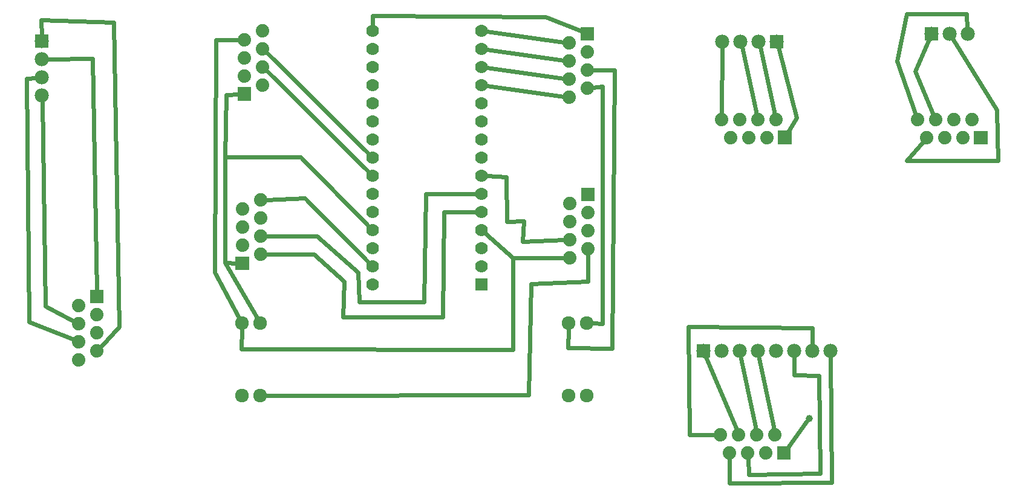
<source format=gbl>
G04 MADE WITH FRITZING*
G04 WWW.FRITZING.ORG*
G04 DOUBLE SIDED*
G04 HOLES PLATED*
G04 CONTOUR ON CENTER OF CONTOUR VECTOR*
%ASAXBY*%
%FSLAX23Y23*%
%MOIN*%
%OFA0B0*%
%SFA1.0B1.0*%
%ADD10C,0.070000*%
%ADD11C,0.074000*%
%ADD12C,0.075806*%
%ADD13C,0.078000*%
%ADD14C,0.039370*%
%ADD15R,0.069972X0.070000*%
%ADD16R,0.078000X0.078000*%
%ADD17C,0.024000*%
%ADD18R,0.001000X0.001000*%
%LNCOPPER0*%
G90*
G70*
G54D10*
X2680Y1333D03*
X2680Y1433D03*
X2680Y1533D03*
X2680Y1633D03*
X2680Y1733D03*
X2680Y1833D03*
X2680Y1933D03*
X2680Y2033D03*
X2680Y2133D03*
X2680Y2233D03*
X2680Y2333D03*
X2680Y2433D03*
X2680Y2533D03*
X2680Y2633D03*
X2680Y2733D03*
X2080Y1333D03*
X2080Y1433D03*
X2080Y1533D03*
X2080Y1633D03*
X2080Y1733D03*
X2080Y1833D03*
X2080Y1933D03*
X2080Y2033D03*
X2080Y2133D03*
X2080Y2233D03*
X2080Y2333D03*
X2080Y2433D03*
X2080Y2533D03*
X2080Y2633D03*
X2080Y2733D03*
G54D11*
X3163Y2367D03*
X3263Y2417D03*
X3163Y2467D03*
X3163Y2567D03*
X3163Y2667D03*
X3263Y2517D03*
X3263Y2617D03*
X3263Y2717D03*
X3163Y2367D03*
X3263Y2417D03*
X3163Y2467D03*
X3163Y2567D03*
X3163Y2667D03*
X3263Y2517D03*
X3263Y2617D03*
X3263Y2717D03*
X1472Y2734D03*
X1372Y2684D03*
X1472Y2634D03*
X1472Y2534D03*
X1472Y2434D03*
X1372Y2584D03*
X1372Y2484D03*
X1372Y2384D03*
X1472Y2734D03*
X1372Y2684D03*
X1472Y2634D03*
X1472Y2534D03*
X1472Y2434D03*
X1372Y2584D03*
X1372Y2484D03*
X1372Y2384D03*
X1461Y1800D03*
X1361Y1750D03*
X1461Y1700D03*
X1461Y1600D03*
X1461Y1500D03*
X1361Y1650D03*
X1361Y1550D03*
X1361Y1450D03*
X1461Y1800D03*
X1361Y1750D03*
X1461Y1700D03*
X1461Y1600D03*
X1461Y1500D03*
X1361Y1650D03*
X1361Y1550D03*
X1361Y1450D03*
X3165Y1480D03*
X3265Y1530D03*
X3165Y1580D03*
X3165Y1680D03*
X3165Y1780D03*
X3265Y1630D03*
X3265Y1730D03*
X3265Y1830D03*
X3165Y1480D03*
X3265Y1530D03*
X3165Y1580D03*
X3165Y1680D03*
X3165Y1780D03*
X3265Y1630D03*
X3265Y1730D03*
X3265Y1830D03*
G54D12*
X3259Y1119D03*
X3160Y1119D03*
X3259Y719D03*
X3160Y719D03*
X1459Y1119D03*
X1359Y1119D03*
X1459Y719D03*
X1359Y719D03*
G54D11*
X3997Y503D03*
X4047Y403D03*
X4097Y503D03*
X4197Y503D03*
X4297Y503D03*
X4147Y403D03*
X4247Y403D03*
X4347Y403D03*
X3997Y503D03*
X4047Y403D03*
X4097Y503D03*
X4197Y503D03*
X4297Y503D03*
X4147Y403D03*
X4247Y403D03*
X4347Y403D03*
G54D13*
X3901Y967D03*
X4001Y967D03*
X4101Y967D03*
X4201Y967D03*
X4301Y967D03*
X4401Y967D03*
X4501Y967D03*
X4601Y967D03*
X3901Y967D03*
X4001Y967D03*
X4101Y967D03*
X4201Y967D03*
X4301Y967D03*
X4401Y967D03*
X4501Y967D03*
X4601Y967D03*
G54D14*
X4485Y594D03*
G54D11*
X460Y917D03*
X560Y967D03*
X460Y1017D03*
X460Y1117D03*
X460Y1217D03*
X560Y1067D03*
X560Y1167D03*
X560Y1267D03*
X460Y917D03*
X560Y967D03*
X460Y1017D03*
X460Y1117D03*
X460Y1217D03*
X560Y1067D03*
X560Y1167D03*
X560Y1267D03*
G54D13*
X257Y2675D03*
X257Y2575D03*
X257Y2475D03*
X257Y2375D03*
X257Y2675D03*
X257Y2575D03*
X257Y2475D03*
X257Y2375D03*
X5158Y2715D03*
X5258Y2715D03*
X5358Y2715D03*
G54D11*
X5081Y2242D03*
X5131Y2142D03*
X5181Y2242D03*
X5281Y2242D03*
X5381Y2242D03*
X5231Y2142D03*
X5331Y2142D03*
X5431Y2142D03*
X5081Y2242D03*
X5131Y2142D03*
X5181Y2242D03*
X5281Y2242D03*
X5381Y2242D03*
X5231Y2142D03*
X5331Y2142D03*
X5431Y2142D03*
G54D13*
X4307Y2673D03*
X4207Y2673D03*
X4107Y2673D03*
X4007Y2673D03*
X4307Y2673D03*
X4207Y2673D03*
X4107Y2673D03*
X4007Y2673D03*
G54D11*
X4001Y2244D03*
X4051Y2144D03*
X4101Y2244D03*
X4201Y2244D03*
X4301Y2244D03*
X4151Y2144D03*
X4251Y2144D03*
X4351Y2144D03*
X4001Y2244D03*
X4051Y2144D03*
X4101Y2244D03*
X4201Y2244D03*
X4301Y2244D03*
X4151Y2144D03*
X4251Y2144D03*
X4351Y2144D03*
G54D15*
X2680Y1333D03*
G54D16*
X3901Y967D03*
X3901Y967D03*
X257Y2675D03*
X257Y2675D03*
X5158Y2715D03*
X4307Y2673D03*
X4307Y2673D03*
G54D17*
X4610Y239D02*
X4044Y237D01*
D02*
X4044Y237D02*
X4047Y373D01*
D02*
X4601Y937D02*
X4610Y239D01*
D02*
X1492Y1801D02*
X1706Y1808D01*
D02*
X1706Y1808D02*
X2059Y1454D01*
D02*
X4207Y938D02*
X4291Y534D01*
D02*
X4085Y532D02*
X3913Y939D01*
D02*
X2709Y2629D02*
X3132Y2571D01*
D02*
X2709Y2529D02*
X3132Y2471D01*
D02*
X2709Y2729D02*
X3132Y2671D01*
D02*
X1756Y1498D02*
X1492Y1500D01*
D02*
X1922Y1348D02*
X1756Y1498D01*
D02*
X1917Y1154D02*
X1922Y1348D01*
D02*
X2467Y1154D02*
X1917Y1154D01*
D02*
X2472Y1732D02*
X2467Y1154D01*
D02*
X2651Y1733D02*
X2472Y1732D01*
D02*
X4502Y997D02*
X4503Y1093D01*
D02*
X4503Y1093D02*
X3820Y1098D01*
D02*
X3820Y1098D02*
X3826Y504D01*
D02*
X3826Y504D02*
X3966Y504D01*
D02*
X2709Y2429D02*
X3132Y2371D01*
D02*
X2059Y1954D02*
X1494Y2512D01*
D02*
X1492Y1600D02*
X1772Y1598D01*
D02*
X1772Y1598D02*
X2000Y1398D01*
D02*
X2000Y1398D02*
X2006Y1237D01*
D02*
X2006Y1237D02*
X2361Y1237D01*
D02*
X2361Y1237D02*
X2372Y1832D01*
D02*
X2372Y1832D02*
X2651Y1833D01*
D02*
X4401Y937D02*
X4402Y833D01*
D02*
X4402Y833D02*
X4539Y831D01*
D02*
X4539Y831D02*
X4544Y291D01*
D02*
X4544Y291D02*
X4151Y284D01*
D02*
X4151Y284D02*
X4148Y373D01*
D02*
X2709Y1932D02*
X2817Y1926D01*
D02*
X2817Y1926D02*
X2820Y1678D01*
D02*
X2820Y1678D02*
X2911Y1682D01*
D02*
X2911Y1682D02*
X2906Y1571D01*
D02*
X2906Y1571D02*
X3135Y1579D01*
D02*
X4107Y938D02*
X4191Y534D01*
D02*
X3234Y2729D02*
X3033Y2810D01*
D02*
X3033Y2810D02*
X2079Y2815D01*
D02*
X2079Y2815D02*
X2080Y2762D01*
D02*
X4473Y578D02*
X4365Y428D01*
D02*
X2059Y2054D02*
X1494Y2612D01*
D02*
X172Y2468D02*
X227Y2472D01*
D02*
X184Y1127D02*
X172Y2468D01*
D02*
X431Y1028D02*
X184Y1127D01*
D02*
X258Y2345D02*
X276Y1214D01*
D02*
X276Y1214D02*
X433Y1131D01*
D02*
X5068Y2509D02*
X5146Y2687D01*
D02*
X5169Y2271D02*
X5068Y2509D01*
D02*
X5022Y2827D02*
X4970Y2566D01*
D02*
X5351Y2827D02*
X5022Y2827D01*
D02*
X4970Y2566D02*
X5071Y2271D01*
D02*
X5356Y2745D02*
X5351Y2827D01*
D02*
X5022Y2017D02*
X5111Y2119D01*
D02*
X5524Y2017D02*
X5022Y2017D01*
D02*
X5274Y2689D02*
X5519Y2295D01*
D02*
X5519Y2295D02*
X5524Y2017D01*
D02*
X4002Y2275D02*
X4007Y2643D01*
D02*
X4416Y2252D02*
X4367Y2171D01*
D02*
X4315Y2644D02*
X4416Y2252D01*
D02*
X1267Y2036D02*
X1271Y2380D01*
D02*
X1271Y2380D02*
X1342Y2383D01*
D02*
X1267Y2036D02*
X1267Y1452D01*
D02*
X1267Y1452D02*
X1442Y1149D01*
D02*
X1681Y2036D02*
X1267Y2036D01*
D02*
X2060Y1654D02*
X1681Y2036D01*
D02*
X2853Y972D02*
X1354Y976D01*
D02*
X1354Y976D02*
X1358Y1083D01*
D02*
X2853Y1481D02*
X2853Y972D01*
D02*
X2853Y1481D02*
X2702Y1614D01*
D02*
X1209Y1398D02*
X1343Y1149D01*
D02*
X1217Y2682D02*
X1209Y1398D01*
D02*
X2853Y1481D02*
X3134Y1480D01*
D02*
X2953Y1336D02*
X2940Y723D01*
D02*
X2940Y723D02*
X1495Y719D01*
D02*
X3267Y1348D02*
X2953Y1336D01*
D02*
X3266Y1499D02*
X3267Y1348D01*
D02*
X3346Y1117D02*
X3295Y1118D01*
D02*
X3346Y2425D02*
X3346Y1117D01*
D02*
X3293Y2420D02*
X3346Y2425D01*
D02*
X3156Y984D02*
X3158Y1083D01*
D02*
X3400Y980D02*
X3156Y984D01*
D02*
X3412Y2516D02*
X3400Y980D01*
D02*
X3294Y2517D02*
X3412Y2516D01*
D02*
X1267Y1452D02*
X1331Y1451D01*
D02*
X1217Y2682D02*
X1342Y2683D01*
D02*
X536Y2578D02*
X559Y1297D01*
D02*
X287Y2575D02*
X536Y2578D01*
D02*
X652Y2780D02*
X681Y1098D01*
D02*
X253Y2792D02*
X652Y2780D01*
D02*
X681Y1098D02*
X581Y989D01*
D02*
X256Y2705D02*
X253Y2792D01*
D02*
X4214Y2644D02*
X4295Y2274D01*
D02*
X4114Y2644D02*
X4195Y2274D01*
G54D18*
X3226Y2754D02*
X3298Y2754D01*
X3226Y2753D02*
X3299Y2753D01*
X3226Y2752D02*
X3299Y2752D01*
X3226Y2751D02*
X3299Y2751D01*
X3226Y2750D02*
X3299Y2750D01*
X3226Y2749D02*
X3299Y2749D01*
X3226Y2748D02*
X3299Y2748D01*
X3226Y2747D02*
X3299Y2747D01*
X3226Y2746D02*
X3299Y2746D01*
X3226Y2745D02*
X3299Y2745D01*
X3226Y2744D02*
X3299Y2744D01*
X3226Y2743D02*
X3299Y2743D01*
X3226Y2742D02*
X3299Y2742D01*
X3226Y2741D02*
X3299Y2741D01*
X3226Y2740D02*
X3299Y2740D01*
X3226Y2739D02*
X3299Y2739D01*
X3226Y2738D02*
X3299Y2738D01*
X3226Y2737D02*
X3261Y2737D01*
X3263Y2737D02*
X3299Y2737D01*
X3226Y2736D02*
X3256Y2736D01*
X3269Y2736D02*
X3299Y2736D01*
X3226Y2735D02*
X3253Y2735D01*
X3271Y2735D02*
X3299Y2735D01*
X3226Y2734D02*
X3251Y2734D01*
X3273Y2734D02*
X3299Y2734D01*
X3226Y2733D02*
X3250Y2733D01*
X3274Y2733D02*
X3299Y2733D01*
X3226Y2732D02*
X3249Y2732D01*
X3276Y2732D02*
X3299Y2732D01*
X3226Y2731D02*
X3247Y2731D01*
X3277Y2731D02*
X3299Y2731D01*
X3226Y2730D02*
X3247Y2730D01*
X3278Y2730D02*
X3299Y2730D01*
X3226Y2729D02*
X3246Y2729D01*
X3278Y2729D02*
X3299Y2729D01*
X3226Y2728D02*
X3245Y2728D01*
X3279Y2728D02*
X3299Y2728D01*
X3226Y2727D02*
X3245Y2727D01*
X3280Y2727D02*
X3299Y2727D01*
X3226Y2726D02*
X3244Y2726D01*
X3280Y2726D02*
X3299Y2726D01*
X3226Y2725D02*
X3243Y2725D01*
X3281Y2725D02*
X3299Y2725D01*
X3226Y2724D02*
X3243Y2724D01*
X3281Y2724D02*
X3299Y2724D01*
X3226Y2723D02*
X3243Y2723D01*
X3281Y2723D02*
X3299Y2723D01*
X3226Y2722D02*
X3242Y2722D01*
X3282Y2722D02*
X3299Y2722D01*
X3226Y2721D02*
X3242Y2721D01*
X3282Y2721D02*
X3299Y2721D01*
X3226Y2720D02*
X3242Y2720D01*
X3282Y2720D02*
X3299Y2720D01*
X3226Y2719D02*
X3242Y2719D01*
X3282Y2719D02*
X3299Y2719D01*
X3226Y2718D02*
X3242Y2718D01*
X3282Y2718D02*
X3299Y2718D01*
X3226Y2717D02*
X3242Y2717D01*
X3282Y2717D02*
X3299Y2717D01*
X3226Y2716D02*
X3242Y2716D01*
X3282Y2716D02*
X3299Y2716D01*
X3226Y2715D02*
X3242Y2715D01*
X3282Y2715D02*
X3299Y2715D01*
X3226Y2714D02*
X3242Y2714D01*
X3282Y2714D02*
X3299Y2714D01*
X3226Y2713D02*
X3242Y2713D01*
X3282Y2713D02*
X3299Y2713D01*
X3226Y2712D02*
X3243Y2712D01*
X3281Y2712D02*
X3299Y2712D01*
X3226Y2711D02*
X3243Y2711D01*
X3281Y2711D02*
X3299Y2711D01*
X3226Y2710D02*
X3243Y2710D01*
X3281Y2710D02*
X3299Y2710D01*
X3226Y2709D02*
X3244Y2709D01*
X3280Y2709D02*
X3299Y2709D01*
X3226Y2708D02*
X3244Y2708D01*
X3280Y2708D02*
X3299Y2708D01*
X3226Y2707D02*
X3245Y2707D01*
X3279Y2707D02*
X3299Y2707D01*
X3226Y2706D02*
X3246Y2706D01*
X3279Y2706D02*
X3299Y2706D01*
X3226Y2705D02*
X3246Y2705D01*
X3278Y2705D02*
X3299Y2705D01*
X3226Y2704D02*
X3247Y2704D01*
X3277Y2704D02*
X3299Y2704D01*
X3226Y2703D02*
X3248Y2703D01*
X3276Y2703D02*
X3299Y2703D01*
X3226Y2702D02*
X3249Y2702D01*
X3275Y2702D02*
X3299Y2702D01*
X3226Y2701D02*
X3251Y2701D01*
X3273Y2701D02*
X3299Y2701D01*
X3226Y2700D02*
X3252Y2700D01*
X3272Y2700D02*
X3299Y2700D01*
X3226Y2699D02*
X3255Y2699D01*
X3269Y2699D02*
X3299Y2699D01*
X3226Y2698D02*
X3258Y2698D01*
X3266Y2698D02*
X3299Y2698D01*
X3226Y2697D02*
X3299Y2697D01*
X3226Y2696D02*
X3299Y2696D01*
X3226Y2695D02*
X3299Y2695D01*
X3226Y2694D02*
X3299Y2694D01*
X3226Y2693D02*
X3299Y2693D01*
X3226Y2692D02*
X3299Y2692D01*
X3226Y2691D02*
X3299Y2691D01*
X3226Y2690D02*
X3299Y2690D01*
X3226Y2689D02*
X3299Y2689D01*
X3226Y2688D02*
X3299Y2688D01*
X3226Y2687D02*
X3299Y2687D01*
X3226Y2686D02*
X3299Y2686D01*
X3226Y2685D02*
X3299Y2685D01*
X3226Y2684D02*
X3299Y2684D01*
X3226Y2683D02*
X3299Y2683D01*
X3226Y2682D02*
X3299Y2682D01*
X3226Y2681D02*
X3299Y2681D01*
X1336Y2421D02*
X1408Y2421D01*
X1335Y2420D02*
X1408Y2420D01*
X1335Y2419D02*
X1408Y2419D01*
X1335Y2418D02*
X1408Y2418D01*
X1335Y2417D02*
X1408Y2417D01*
X1335Y2416D02*
X1408Y2416D01*
X1335Y2415D02*
X1408Y2415D01*
X1335Y2414D02*
X1408Y2414D01*
X1335Y2413D02*
X1408Y2413D01*
X1335Y2412D02*
X1408Y2412D01*
X1335Y2411D02*
X1408Y2411D01*
X1335Y2410D02*
X1408Y2410D01*
X1335Y2409D02*
X1408Y2409D01*
X1335Y2408D02*
X1408Y2408D01*
X1335Y2407D02*
X1408Y2407D01*
X1335Y2406D02*
X1408Y2406D01*
X1335Y2405D02*
X1408Y2405D01*
X1335Y2404D02*
X1408Y2404D01*
X1335Y2403D02*
X1366Y2403D01*
X1377Y2403D02*
X1408Y2403D01*
X1335Y2402D02*
X1363Y2402D01*
X1380Y2402D02*
X1408Y2402D01*
X1335Y2401D02*
X1361Y2401D01*
X1382Y2401D02*
X1408Y2401D01*
X1335Y2400D02*
X1360Y2400D01*
X1384Y2400D02*
X1408Y2400D01*
X1335Y2399D02*
X1359Y2399D01*
X1385Y2399D02*
X1408Y2399D01*
X1335Y2398D02*
X1357Y2398D01*
X1386Y2398D02*
X1408Y2398D01*
X1335Y2397D02*
X1357Y2397D01*
X1387Y2397D02*
X1408Y2397D01*
X1335Y2396D02*
X1356Y2396D01*
X1388Y2396D02*
X1408Y2396D01*
X1335Y2395D02*
X1355Y2395D01*
X1389Y2395D02*
X1408Y2395D01*
X1335Y2394D02*
X1354Y2394D01*
X1389Y2394D02*
X1408Y2394D01*
X1335Y2393D02*
X1354Y2393D01*
X1390Y2393D02*
X1408Y2393D01*
X1335Y2392D02*
X1353Y2392D01*
X1390Y2392D02*
X1408Y2392D01*
X1335Y2391D02*
X1353Y2391D01*
X1391Y2391D02*
X1408Y2391D01*
X1335Y2390D02*
X1353Y2390D01*
X1391Y2390D02*
X1408Y2390D01*
X1335Y2389D02*
X1352Y2389D01*
X1391Y2389D02*
X1408Y2389D01*
X1335Y2388D02*
X1352Y2388D01*
X1392Y2388D02*
X1408Y2388D01*
X1335Y2387D02*
X1352Y2387D01*
X1392Y2387D02*
X1408Y2387D01*
X1335Y2386D02*
X1352Y2386D01*
X1392Y2386D02*
X1408Y2386D01*
X1335Y2385D02*
X1352Y2385D01*
X1392Y2385D02*
X1408Y2385D01*
X1335Y2384D02*
X1352Y2384D01*
X1392Y2384D02*
X1408Y2384D01*
X1335Y2383D02*
X1352Y2383D01*
X1392Y2383D02*
X1408Y2383D01*
X1335Y2382D02*
X1352Y2382D01*
X1392Y2382D02*
X1408Y2382D01*
X1335Y2381D02*
X1352Y2381D01*
X1392Y2381D02*
X1408Y2381D01*
X1335Y2380D02*
X1352Y2380D01*
X1392Y2380D02*
X1408Y2380D01*
X1335Y2379D02*
X1352Y2379D01*
X1391Y2379D02*
X1408Y2379D01*
X1335Y2378D02*
X1353Y2378D01*
X1391Y2378D02*
X1408Y2378D01*
X1335Y2377D02*
X1353Y2377D01*
X1391Y2377D02*
X1408Y2377D01*
X1335Y2376D02*
X1353Y2376D01*
X1390Y2376D02*
X1408Y2376D01*
X1335Y2375D02*
X1354Y2375D01*
X1390Y2375D02*
X1408Y2375D01*
X1335Y2374D02*
X1354Y2374D01*
X1389Y2374D02*
X1408Y2374D01*
X1335Y2373D02*
X1355Y2373D01*
X1389Y2373D02*
X1408Y2373D01*
X1335Y2372D02*
X1356Y2372D01*
X1388Y2372D02*
X1408Y2372D01*
X1335Y2371D02*
X1357Y2371D01*
X1387Y2371D02*
X1408Y2371D01*
X1335Y2370D02*
X1358Y2370D01*
X1386Y2370D02*
X1408Y2370D01*
X1335Y2369D02*
X1359Y2369D01*
X1385Y2369D02*
X1408Y2369D01*
X1335Y2368D02*
X1360Y2368D01*
X1384Y2368D02*
X1408Y2368D01*
X1335Y2367D02*
X1362Y2367D01*
X1382Y2367D02*
X1408Y2367D01*
X1335Y2366D02*
X1364Y2366D01*
X1380Y2366D02*
X1408Y2366D01*
X1335Y2365D02*
X1367Y2365D01*
X1377Y2365D02*
X1408Y2365D01*
X1335Y2364D02*
X1408Y2364D01*
X1335Y2363D02*
X1408Y2363D01*
X1335Y2362D02*
X1408Y2362D01*
X1335Y2361D02*
X1408Y2361D01*
X1335Y2360D02*
X1408Y2360D01*
X1335Y2359D02*
X1408Y2359D01*
X1335Y2358D02*
X1408Y2358D01*
X1335Y2357D02*
X1408Y2357D01*
X1335Y2356D02*
X1408Y2356D01*
X1335Y2355D02*
X1408Y2355D01*
X1335Y2354D02*
X1408Y2354D01*
X1335Y2353D02*
X1408Y2353D01*
X1335Y2352D02*
X1408Y2352D01*
X1335Y2351D02*
X1408Y2351D01*
X1335Y2350D02*
X1408Y2350D01*
X1335Y2349D02*
X1408Y2349D01*
X1335Y2348D02*
X1408Y2348D01*
X4314Y2181D02*
X4387Y2181D01*
X4314Y2180D02*
X4387Y2180D01*
X4314Y2179D02*
X4387Y2179D01*
X5394Y2179D02*
X5467Y2179D01*
X4314Y2178D02*
X4387Y2178D01*
X5394Y2178D02*
X5467Y2178D01*
X4314Y2177D02*
X4387Y2177D01*
X5394Y2177D02*
X5467Y2177D01*
X4314Y2176D02*
X4387Y2176D01*
X5394Y2176D02*
X5467Y2176D01*
X4314Y2175D02*
X4387Y2175D01*
X5394Y2175D02*
X5467Y2175D01*
X4314Y2174D02*
X4387Y2174D01*
X5394Y2174D02*
X5467Y2174D01*
X4314Y2173D02*
X4387Y2173D01*
X5394Y2173D02*
X5467Y2173D01*
X4314Y2172D02*
X4387Y2172D01*
X5394Y2172D02*
X5467Y2172D01*
X4314Y2171D02*
X4387Y2171D01*
X5394Y2171D02*
X5467Y2171D01*
X4314Y2170D02*
X4387Y2170D01*
X5394Y2170D02*
X5467Y2170D01*
X4314Y2169D02*
X4387Y2169D01*
X5394Y2169D02*
X5467Y2169D01*
X4314Y2168D02*
X4387Y2168D01*
X5394Y2168D02*
X5467Y2168D01*
X4314Y2167D02*
X4387Y2167D01*
X5394Y2167D02*
X5467Y2167D01*
X4314Y2166D02*
X4387Y2166D01*
X5394Y2166D02*
X5467Y2166D01*
X4314Y2165D02*
X4387Y2165D01*
X5394Y2165D02*
X5467Y2165D01*
X4314Y2164D02*
X4349Y2164D01*
X4352Y2164D02*
X4387Y2164D01*
X5394Y2164D02*
X5467Y2164D01*
X4314Y2163D02*
X4344Y2163D01*
X4357Y2163D02*
X4387Y2163D01*
X5394Y2163D02*
X5467Y2163D01*
X4314Y2162D02*
X4341Y2162D01*
X4360Y2162D02*
X4387Y2162D01*
X5394Y2162D02*
X5427Y2162D01*
X5434Y2162D02*
X5467Y2162D01*
X4314Y2161D02*
X4339Y2161D01*
X4362Y2161D02*
X4387Y2161D01*
X5394Y2161D02*
X5423Y2161D01*
X5438Y2161D02*
X5467Y2161D01*
X4314Y2160D02*
X4338Y2160D01*
X4363Y2160D02*
X4387Y2160D01*
X5394Y2160D02*
X5421Y2160D01*
X5440Y2160D02*
X5467Y2160D01*
X4314Y2159D02*
X4337Y2159D01*
X4364Y2159D02*
X4387Y2159D01*
X5394Y2159D02*
X5419Y2159D01*
X5442Y2159D02*
X5467Y2159D01*
X4314Y2158D02*
X4336Y2158D01*
X4365Y2158D02*
X4387Y2158D01*
X5394Y2158D02*
X5418Y2158D01*
X5443Y2158D02*
X5467Y2158D01*
X4314Y2157D02*
X4335Y2157D01*
X4366Y2157D02*
X4387Y2157D01*
X5394Y2157D02*
X5416Y2157D01*
X5444Y2157D02*
X5467Y2157D01*
X4314Y2156D02*
X4334Y2156D01*
X4367Y2156D02*
X4387Y2156D01*
X5394Y2156D02*
X5415Y2156D01*
X5445Y2156D02*
X5467Y2156D01*
X4314Y2155D02*
X4333Y2155D01*
X4368Y2155D02*
X4387Y2155D01*
X5394Y2155D02*
X5415Y2155D01*
X5446Y2155D02*
X5467Y2155D01*
X4314Y2154D02*
X4333Y2154D01*
X4368Y2154D02*
X4387Y2154D01*
X5394Y2154D02*
X5414Y2154D01*
X5447Y2154D02*
X5467Y2154D01*
X4314Y2153D02*
X4332Y2153D01*
X4369Y2153D02*
X4387Y2153D01*
X5394Y2153D02*
X5413Y2153D01*
X5447Y2153D02*
X5467Y2153D01*
X4314Y2152D02*
X4332Y2152D01*
X4369Y2152D02*
X4387Y2152D01*
X5394Y2152D02*
X5413Y2152D01*
X5448Y2152D02*
X5467Y2152D01*
X4314Y2151D02*
X4331Y2151D01*
X4369Y2151D02*
X4387Y2151D01*
X5394Y2151D02*
X5412Y2151D01*
X5449Y2151D02*
X5467Y2151D01*
X4314Y2150D02*
X4331Y2150D01*
X4370Y2150D02*
X4387Y2150D01*
X5394Y2150D02*
X5412Y2150D01*
X5449Y2150D02*
X5467Y2150D01*
X4314Y2149D02*
X4331Y2149D01*
X4370Y2149D02*
X4387Y2149D01*
X5394Y2149D02*
X5411Y2149D01*
X5449Y2149D02*
X5467Y2149D01*
X4314Y2148D02*
X4331Y2148D01*
X4370Y2148D02*
X4387Y2148D01*
X5394Y2148D02*
X5411Y2148D01*
X5450Y2148D02*
X5467Y2148D01*
X4314Y2147D02*
X4331Y2147D01*
X4370Y2147D02*
X4387Y2147D01*
X5394Y2147D02*
X5411Y2147D01*
X5450Y2147D02*
X5467Y2147D01*
X4314Y2146D02*
X4330Y2146D01*
X4370Y2146D02*
X4387Y2146D01*
X5394Y2146D02*
X5410Y2146D01*
X5450Y2146D02*
X5467Y2146D01*
X4314Y2145D02*
X4330Y2145D01*
X4371Y2145D02*
X4387Y2145D01*
X5394Y2145D02*
X5410Y2145D01*
X5450Y2145D02*
X5467Y2145D01*
X4314Y2144D02*
X4330Y2144D01*
X4371Y2144D02*
X4387Y2144D01*
X5394Y2144D02*
X5410Y2144D01*
X5450Y2144D02*
X5467Y2144D01*
X4314Y2143D02*
X4330Y2143D01*
X4370Y2143D02*
X4387Y2143D01*
X5394Y2143D02*
X5410Y2143D01*
X5450Y2143D02*
X5467Y2143D01*
X4314Y2142D02*
X4331Y2142D01*
X4370Y2142D02*
X4387Y2142D01*
X5394Y2142D02*
X5410Y2142D01*
X5450Y2142D02*
X5467Y2142D01*
X4314Y2141D02*
X4331Y2141D01*
X4370Y2141D02*
X4387Y2141D01*
X5394Y2141D02*
X5410Y2141D01*
X5450Y2141D02*
X5467Y2141D01*
X4314Y2140D02*
X4331Y2140D01*
X4370Y2140D02*
X4387Y2140D01*
X5394Y2140D02*
X5410Y2140D01*
X5450Y2140D02*
X5467Y2140D01*
X4314Y2139D02*
X4331Y2139D01*
X4370Y2139D02*
X4387Y2139D01*
X5394Y2139D02*
X5410Y2139D01*
X5450Y2139D02*
X5467Y2139D01*
X4314Y2138D02*
X4331Y2138D01*
X4369Y2138D02*
X4387Y2138D01*
X5394Y2138D02*
X5411Y2138D01*
X5450Y2138D02*
X5467Y2138D01*
X4314Y2137D02*
X4332Y2137D01*
X4369Y2137D02*
X4387Y2137D01*
X5394Y2137D02*
X5411Y2137D01*
X5450Y2137D02*
X5467Y2137D01*
X4314Y2136D02*
X4332Y2136D01*
X4369Y2136D02*
X4387Y2136D01*
X5394Y2136D02*
X5411Y2136D01*
X5449Y2136D02*
X5467Y2136D01*
X4314Y2135D02*
X4333Y2135D01*
X4368Y2135D02*
X4387Y2135D01*
X5394Y2135D02*
X5412Y2135D01*
X5449Y2135D02*
X5467Y2135D01*
X4314Y2134D02*
X4333Y2134D01*
X4368Y2134D02*
X4387Y2134D01*
X5394Y2134D02*
X5412Y2134D01*
X5448Y2134D02*
X5467Y2134D01*
X4314Y2133D02*
X4334Y2133D01*
X4367Y2133D02*
X4387Y2133D01*
X5394Y2133D02*
X5413Y2133D01*
X5448Y2133D02*
X5467Y2133D01*
X4314Y2132D02*
X4335Y2132D01*
X4366Y2132D02*
X4387Y2132D01*
X5394Y2132D02*
X5413Y2132D01*
X5447Y2132D02*
X5467Y2132D01*
X4314Y2131D02*
X4336Y2131D01*
X4365Y2131D02*
X4387Y2131D01*
X5394Y2131D02*
X5414Y2131D01*
X5447Y2131D02*
X5467Y2131D01*
X4314Y2130D02*
X4337Y2130D01*
X4364Y2130D02*
X4387Y2130D01*
X5394Y2130D02*
X5415Y2130D01*
X5446Y2130D02*
X5467Y2130D01*
X4314Y2129D02*
X4338Y2129D01*
X4363Y2129D02*
X4387Y2129D01*
X5394Y2129D02*
X5416Y2129D01*
X5445Y2129D02*
X5467Y2129D01*
X4314Y2128D02*
X4339Y2128D01*
X4362Y2128D02*
X4387Y2128D01*
X5394Y2128D02*
X5417Y2128D01*
X5444Y2128D02*
X5467Y2128D01*
X4314Y2127D02*
X4341Y2127D01*
X4360Y2127D02*
X4387Y2127D01*
X5394Y2127D02*
X5418Y2127D01*
X5443Y2127D02*
X5467Y2127D01*
X4314Y2126D02*
X4343Y2126D01*
X4358Y2126D02*
X4387Y2126D01*
X5394Y2126D02*
X5419Y2126D01*
X5441Y2126D02*
X5467Y2126D01*
X4314Y2125D02*
X4348Y2125D01*
X4353Y2125D02*
X4387Y2125D01*
X5394Y2125D02*
X5421Y2125D01*
X5439Y2125D02*
X5467Y2125D01*
X4314Y2124D02*
X4387Y2124D01*
X5394Y2124D02*
X5424Y2124D01*
X5437Y2124D02*
X5467Y2124D01*
X4314Y2123D02*
X4387Y2123D01*
X5394Y2123D02*
X5429Y2123D01*
X5431Y2123D02*
X5467Y2123D01*
X4314Y2122D02*
X4387Y2122D01*
X5394Y2122D02*
X5467Y2122D01*
X4314Y2121D02*
X4387Y2121D01*
X5394Y2121D02*
X5467Y2121D01*
X4314Y2120D02*
X4387Y2120D01*
X5394Y2120D02*
X5467Y2120D01*
X4314Y2119D02*
X4387Y2119D01*
X5394Y2119D02*
X5467Y2119D01*
X4314Y2118D02*
X4387Y2118D01*
X5394Y2118D02*
X5467Y2118D01*
X4314Y2117D02*
X4387Y2117D01*
X5394Y2117D02*
X5467Y2117D01*
X4314Y2116D02*
X4387Y2116D01*
X5394Y2116D02*
X5467Y2116D01*
X4314Y2115D02*
X4387Y2115D01*
X5394Y2115D02*
X5467Y2115D01*
X4314Y2114D02*
X4387Y2114D01*
X5394Y2114D02*
X5467Y2114D01*
X4314Y2113D02*
X4387Y2113D01*
X5394Y2113D02*
X5467Y2113D01*
X4314Y2112D02*
X4387Y2112D01*
X5394Y2112D02*
X5467Y2112D01*
X4314Y2111D02*
X4387Y2111D01*
X5394Y2111D02*
X5467Y2111D01*
X4314Y2110D02*
X4387Y2110D01*
X5394Y2110D02*
X5467Y2110D01*
X4314Y2109D02*
X4387Y2109D01*
X5394Y2109D02*
X5467Y2109D01*
X4314Y2108D02*
X4387Y2108D01*
X5394Y2108D02*
X5467Y2108D01*
X5394Y2107D02*
X5467Y2107D01*
X5394Y2106D02*
X5467Y2106D01*
X3228Y1867D02*
X3301Y1867D01*
X3228Y1866D02*
X3301Y1866D01*
X3228Y1865D02*
X3301Y1865D01*
X3228Y1864D02*
X3301Y1864D01*
X3228Y1863D02*
X3301Y1863D01*
X3228Y1862D02*
X3301Y1862D01*
X3228Y1861D02*
X3301Y1861D01*
X3228Y1860D02*
X3301Y1860D01*
X3228Y1859D02*
X3301Y1859D01*
X3228Y1858D02*
X3301Y1858D01*
X3228Y1857D02*
X3301Y1857D01*
X3228Y1856D02*
X3301Y1856D01*
X3228Y1855D02*
X3301Y1855D01*
X3228Y1854D02*
X3301Y1854D01*
X3228Y1853D02*
X3301Y1853D01*
X3228Y1852D02*
X3301Y1852D01*
X3228Y1851D02*
X3301Y1851D01*
X3228Y1850D02*
X3263Y1850D01*
X3266Y1850D02*
X3301Y1850D01*
X3228Y1849D02*
X3258Y1849D01*
X3271Y1849D02*
X3301Y1849D01*
X3228Y1848D02*
X3255Y1848D01*
X3274Y1848D02*
X3301Y1848D01*
X3228Y1847D02*
X3253Y1847D01*
X3276Y1847D02*
X3301Y1847D01*
X3228Y1846D02*
X3252Y1846D01*
X3277Y1846D02*
X3301Y1846D01*
X3228Y1845D02*
X3251Y1845D01*
X3278Y1845D02*
X3301Y1845D01*
X3228Y1844D02*
X3250Y1844D01*
X3279Y1844D02*
X3301Y1844D01*
X3228Y1843D02*
X3249Y1843D01*
X3280Y1843D02*
X3301Y1843D01*
X3228Y1842D02*
X3248Y1842D01*
X3281Y1842D02*
X3301Y1842D01*
X3228Y1841D02*
X3247Y1841D01*
X3282Y1841D02*
X3301Y1841D01*
X3228Y1840D02*
X3247Y1840D01*
X3282Y1840D02*
X3301Y1840D01*
X3228Y1839D02*
X3246Y1839D01*
X3283Y1839D02*
X3301Y1839D01*
X3228Y1838D02*
X3246Y1838D01*
X3283Y1838D02*
X3301Y1838D01*
X3228Y1837D02*
X3246Y1837D01*
X3283Y1837D02*
X3301Y1837D01*
X3228Y1836D02*
X3245Y1836D01*
X3284Y1836D02*
X3301Y1836D01*
X3228Y1835D02*
X3245Y1835D01*
X3284Y1835D02*
X3301Y1835D01*
X3228Y1834D02*
X3245Y1834D01*
X3284Y1834D02*
X3301Y1834D01*
X3228Y1833D02*
X3245Y1833D01*
X3284Y1833D02*
X3301Y1833D01*
X3228Y1832D02*
X3244Y1832D01*
X3285Y1832D02*
X3301Y1832D01*
X3228Y1831D02*
X3244Y1831D01*
X3285Y1831D02*
X3301Y1831D01*
X3228Y1830D02*
X3244Y1830D01*
X3285Y1830D02*
X3301Y1830D01*
X3228Y1829D02*
X3244Y1829D01*
X3285Y1829D02*
X3301Y1829D01*
X3228Y1828D02*
X3245Y1828D01*
X3284Y1828D02*
X3301Y1828D01*
X3228Y1827D02*
X3245Y1827D01*
X3284Y1827D02*
X3301Y1827D01*
X3228Y1826D02*
X3245Y1826D01*
X3284Y1826D02*
X3301Y1826D01*
X3228Y1825D02*
X3245Y1825D01*
X3284Y1825D02*
X3301Y1825D01*
X3228Y1824D02*
X3245Y1824D01*
X3284Y1824D02*
X3301Y1824D01*
X3228Y1823D02*
X3246Y1823D01*
X3283Y1823D02*
X3301Y1823D01*
X3228Y1822D02*
X3246Y1822D01*
X3283Y1822D02*
X3301Y1822D01*
X3228Y1821D02*
X3247Y1821D01*
X3282Y1821D02*
X3301Y1821D01*
X3228Y1820D02*
X3247Y1820D01*
X3282Y1820D02*
X3301Y1820D01*
X3228Y1819D02*
X3248Y1819D01*
X3281Y1819D02*
X3301Y1819D01*
X3228Y1818D02*
X3249Y1818D01*
X3280Y1818D02*
X3301Y1818D01*
X3228Y1817D02*
X3250Y1817D01*
X3279Y1817D02*
X3301Y1817D01*
X3228Y1816D02*
X3251Y1816D01*
X3278Y1816D02*
X3301Y1816D01*
X3228Y1815D02*
X3252Y1815D01*
X3277Y1815D02*
X3301Y1815D01*
X3228Y1814D02*
X3253Y1814D01*
X3276Y1814D02*
X3301Y1814D01*
X3228Y1813D02*
X3255Y1813D01*
X3274Y1813D02*
X3301Y1813D01*
X3228Y1812D02*
X3257Y1812D01*
X3272Y1812D02*
X3301Y1812D01*
X3228Y1811D02*
X3261Y1811D01*
X3268Y1811D02*
X3301Y1811D01*
X3228Y1810D02*
X3301Y1810D01*
X3228Y1809D02*
X3301Y1809D01*
X3228Y1808D02*
X3301Y1808D01*
X3228Y1807D02*
X3301Y1807D01*
X3228Y1806D02*
X3301Y1806D01*
X3228Y1805D02*
X3301Y1805D01*
X3228Y1804D02*
X3301Y1804D01*
X3228Y1803D02*
X3301Y1803D01*
X3228Y1802D02*
X3301Y1802D01*
X3228Y1801D02*
X3301Y1801D01*
X3228Y1800D02*
X3301Y1800D01*
X3228Y1799D02*
X3301Y1799D01*
X3228Y1798D02*
X3301Y1798D01*
X3228Y1797D02*
X3301Y1797D01*
X3228Y1796D02*
X3301Y1796D01*
X3228Y1795D02*
X3301Y1795D01*
X3228Y1794D02*
X3301Y1794D01*
X1324Y1487D02*
X1397Y1487D01*
X1324Y1486D02*
X1397Y1486D01*
X1324Y1485D02*
X1397Y1485D01*
X1324Y1484D02*
X1397Y1484D01*
X1324Y1483D02*
X1397Y1483D01*
X1324Y1482D02*
X1397Y1482D01*
X1324Y1481D02*
X1397Y1481D01*
X1324Y1480D02*
X1397Y1480D01*
X1324Y1479D02*
X1397Y1479D01*
X1324Y1478D02*
X1397Y1478D01*
X1324Y1477D02*
X1397Y1477D01*
X1324Y1476D02*
X1397Y1476D01*
X1324Y1475D02*
X1397Y1475D01*
X1324Y1474D02*
X1397Y1474D01*
X1324Y1473D02*
X1397Y1473D01*
X1324Y1472D02*
X1397Y1472D01*
X1324Y1471D02*
X1397Y1471D01*
X1324Y1470D02*
X1359Y1470D01*
X1363Y1470D02*
X1397Y1470D01*
X1324Y1469D02*
X1354Y1469D01*
X1368Y1469D02*
X1397Y1469D01*
X1324Y1468D02*
X1351Y1468D01*
X1370Y1468D02*
X1397Y1468D01*
X1324Y1467D02*
X1350Y1467D01*
X1372Y1467D02*
X1397Y1467D01*
X1324Y1466D02*
X1348Y1466D01*
X1373Y1466D02*
X1397Y1466D01*
X1324Y1465D02*
X1347Y1465D01*
X1374Y1465D02*
X1397Y1465D01*
X1324Y1464D02*
X1346Y1464D01*
X1375Y1464D02*
X1397Y1464D01*
X1324Y1463D02*
X1345Y1463D01*
X1376Y1463D02*
X1397Y1463D01*
X1324Y1462D02*
X1344Y1462D01*
X1377Y1462D02*
X1397Y1462D01*
X1324Y1461D02*
X1344Y1461D01*
X1378Y1461D02*
X1397Y1461D01*
X1324Y1460D02*
X1343Y1460D01*
X1378Y1460D02*
X1397Y1460D01*
X1324Y1459D02*
X1343Y1459D01*
X1379Y1459D02*
X1397Y1459D01*
X1324Y1458D02*
X1342Y1458D01*
X1379Y1458D02*
X1397Y1458D01*
X1324Y1457D02*
X1342Y1457D01*
X1380Y1457D02*
X1397Y1457D01*
X1324Y1456D02*
X1341Y1456D01*
X1380Y1456D02*
X1397Y1456D01*
X1324Y1455D02*
X1341Y1455D01*
X1380Y1455D02*
X1397Y1455D01*
X1324Y1454D02*
X1341Y1454D01*
X1381Y1454D02*
X1397Y1454D01*
X1324Y1453D02*
X1341Y1453D01*
X1381Y1453D02*
X1397Y1453D01*
X1324Y1452D02*
X1341Y1452D01*
X1381Y1452D02*
X1397Y1452D01*
X1324Y1451D02*
X1341Y1451D01*
X1381Y1451D02*
X1397Y1451D01*
X1324Y1450D02*
X1341Y1450D01*
X1381Y1450D02*
X1397Y1450D01*
X1324Y1449D02*
X1341Y1449D01*
X1381Y1449D02*
X1397Y1449D01*
X1324Y1448D02*
X1341Y1448D01*
X1381Y1448D02*
X1397Y1448D01*
X1324Y1447D02*
X1341Y1447D01*
X1381Y1447D02*
X1397Y1447D01*
X1324Y1446D02*
X1341Y1446D01*
X1380Y1446D02*
X1397Y1446D01*
X1324Y1445D02*
X1341Y1445D01*
X1380Y1445D02*
X1397Y1445D01*
X1324Y1444D02*
X1342Y1444D01*
X1380Y1444D02*
X1397Y1444D01*
X1324Y1443D02*
X1342Y1443D01*
X1379Y1443D02*
X1397Y1443D01*
X1324Y1442D02*
X1343Y1442D01*
X1379Y1442D02*
X1397Y1442D01*
X1324Y1441D02*
X1343Y1441D01*
X1378Y1441D02*
X1397Y1441D01*
X1324Y1440D02*
X1344Y1440D01*
X1378Y1440D02*
X1397Y1440D01*
X1324Y1439D02*
X1344Y1439D01*
X1377Y1439D02*
X1397Y1439D01*
X1324Y1438D02*
X1345Y1438D01*
X1376Y1438D02*
X1397Y1438D01*
X1324Y1437D02*
X1346Y1437D01*
X1375Y1437D02*
X1397Y1437D01*
X1324Y1436D02*
X1347Y1436D01*
X1374Y1436D02*
X1397Y1436D01*
X1324Y1435D02*
X1348Y1435D01*
X1373Y1435D02*
X1397Y1435D01*
X1324Y1434D02*
X1349Y1434D01*
X1372Y1434D02*
X1397Y1434D01*
X1324Y1433D02*
X1351Y1433D01*
X1370Y1433D02*
X1397Y1433D01*
X1324Y1432D02*
X1354Y1432D01*
X1368Y1432D02*
X1397Y1432D01*
X1324Y1431D02*
X1358Y1431D01*
X1363Y1431D02*
X1397Y1431D01*
X1324Y1430D02*
X1397Y1430D01*
X1324Y1429D02*
X1397Y1429D01*
X1324Y1428D02*
X1397Y1428D01*
X1324Y1427D02*
X1397Y1427D01*
X1324Y1426D02*
X1397Y1426D01*
X1324Y1425D02*
X1397Y1425D01*
X1324Y1424D02*
X1397Y1424D01*
X1324Y1423D02*
X1397Y1423D01*
X1324Y1422D02*
X1397Y1422D01*
X1324Y1421D02*
X1397Y1421D01*
X1324Y1420D02*
X1397Y1420D01*
X1324Y1419D02*
X1397Y1419D01*
X1324Y1418D02*
X1397Y1418D01*
X1324Y1417D02*
X1397Y1417D01*
X1324Y1416D02*
X1397Y1416D01*
X1324Y1415D02*
X1397Y1415D01*
X1324Y1414D02*
X1397Y1414D01*
X523Y1303D02*
X596Y1303D01*
X523Y1302D02*
X596Y1302D01*
X523Y1301D02*
X596Y1301D01*
X523Y1300D02*
X596Y1300D01*
X523Y1299D02*
X596Y1299D01*
X523Y1298D02*
X596Y1298D01*
X523Y1297D02*
X596Y1297D01*
X523Y1296D02*
X596Y1296D01*
X523Y1295D02*
X596Y1295D01*
X523Y1294D02*
X596Y1294D01*
X523Y1293D02*
X596Y1293D01*
X523Y1292D02*
X596Y1292D01*
X523Y1291D02*
X596Y1291D01*
X523Y1290D02*
X596Y1290D01*
X523Y1289D02*
X596Y1289D01*
X523Y1288D02*
X596Y1288D01*
X523Y1287D02*
X596Y1287D01*
X523Y1286D02*
X554Y1286D01*
X565Y1286D02*
X596Y1286D01*
X523Y1285D02*
X551Y1285D01*
X568Y1285D02*
X596Y1285D01*
X523Y1284D02*
X549Y1284D01*
X570Y1284D02*
X596Y1284D01*
X523Y1283D02*
X548Y1283D01*
X571Y1283D02*
X596Y1283D01*
X523Y1282D02*
X546Y1282D01*
X572Y1282D02*
X596Y1282D01*
X523Y1281D02*
X545Y1281D01*
X574Y1281D02*
X596Y1281D01*
X523Y1280D02*
X544Y1280D01*
X574Y1280D02*
X596Y1280D01*
X523Y1279D02*
X543Y1279D01*
X575Y1279D02*
X596Y1279D01*
X523Y1278D02*
X543Y1278D01*
X576Y1278D02*
X596Y1278D01*
X523Y1277D02*
X542Y1277D01*
X577Y1277D02*
X596Y1277D01*
X523Y1276D02*
X541Y1276D01*
X577Y1276D02*
X596Y1276D01*
X523Y1275D02*
X541Y1275D01*
X578Y1275D02*
X596Y1275D01*
X523Y1274D02*
X541Y1274D01*
X578Y1274D02*
X596Y1274D01*
X523Y1273D02*
X540Y1273D01*
X578Y1273D02*
X596Y1273D01*
X523Y1272D02*
X540Y1272D01*
X579Y1272D02*
X596Y1272D01*
X523Y1271D02*
X540Y1271D01*
X579Y1271D02*
X596Y1271D01*
X523Y1270D02*
X539Y1270D01*
X579Y1270D02*
X596Y1270D01*
X523Y1269D02*
X539Y1269D01*
X579Y1269D02*
X596Y1269D01*
X523Y1268D02*
X539Y1268D01*
X579Y1268D02*
X596Y1268D01*
X523Y1267D02*
X539Y1267D01*
X580Y1267D02*
X596Y1267D01*
X523Y1266D02*
X539Y1266D01*
X579Y1266D02*
X596Y1266D01*
X523Y1265D02*
X539Y1265D01*
X579Y1265D02*
X596Y1265D01*
X523Y1264D02*
X539Y1264D01*
X579Y1264D02*
X596Y1264D01*
X523Y1263D02*
X540Y1263D01*
X579Y1263D02*
X596Y1263D01*
X523Y1262D02*
X540Y1262D01*
X579Y1262D02*
X596Y1262D01*
X523Y1261D02*
X540Y1261D01*
X579Y1261D02*
X596Y1261D01*
X523Y1260D02*
X541Y1260D01*
X578Y1260D02*
X596Y1260D01*
X523Y1259D02*
X541Y1259D01*
X578Y1259D02*
X596Y1259D01*
X523Y1258D02*
X541Y1258D01*
X577Y1258D02*
X596Y1258D01*
X523Y1257D02*
X542Y1257D01*
X577Y1257D02*
X596Y1257D01*
X523Y1256D02*
X543Y1256D01*
X576Y1256D02*
X596Y1256D01*
X523Y1255D02*
X543Y1255D01*
X575Y1255D02*
X596Y1255D01*
X523Y1254D02*
X544Y1254D01*
X575Y1254D02*
X596Y1254D01*
X523Y1253D02*
X545Y1253D01*
X574Y1253D02*
X596Y1253D01*
X523Y1252D02*
X546Y1252D01*
X573Y1252D02*
X596Y1252D01*
X523Y1251D02*
X547Y1251D01*
X571Y1251D02*
X596Y1251D01*
X523Y1250D02*
X549Y1250D01*
X570Y1250D02*
X596Y1250D01*
X523Y1249D02*
X551Y1249D01*
X568Y1249D02*
X596Y1249D01*
X523Y1248D02*
X554Y1248D01*
X565Y1248D02*
X596Y1248D01*
X523Y1247D02*
X596Y1247D01*
X523Y1246D02*
X596Y1246D01*
X523Y1245D02*
X596Y1245D01*
X523Y1244D02*
X596Y1244D01*
X523Y1243D02*
X596Y1243D01*
X523Y1242D02*
X596Y1242D01*
X523Y1241D02*
X596Y1241D01*
X523Y1240D02*
X596Y1240D01*
X523Y1239D02*
X596Y1239D01*
X523Y1238D02*
X596Y1238D01*
X523Y1237D02*
X596Y1237D01*
X523Y1236D02*
X596Y1236D01*
X523Y1235D02*
X596Y1235D01*
X523Y1234D02*
X596Y1234D01*
X523Y1233D02*
X596Y1233D01*
X523Y1232D02*
X596Y1232D01*
X523Y1231D02*
X596Y1231D01*
X523Y1230D02*
X595Y1230D01*
X1352Y1149D02*
X1366Y1149D01*
X1452Y1149D02*
X1466Y1149D01*
X3152Y1149D02*
X3165Y1149D01*
X3252Y1149D02*
X3265Y1149D01*
X1349Y1148D02*
X1369Y1148D01*
X1449Y1148D02*
X1469Y1148D01*
X3149Y1148D02*
X3169Y1148D01*
X3249Y1148D02*
X3269Y1148D01*
X1346Y1147D02*
X1371Y1147D01*
X1446Y1147D02*
X1471Y1147D01*
X3146Y1147D02*
X3171Y1147D01*
X3246Y1147D02*
X3271Y1147D01*
X1344Y1146D02*
X1373Y1146D01*
X1444Y1146D02*
X1473Y1146D01*
X3144Y1146D02*
X3173Y1146D01*
X3244Y1146D02*
X3273Y1146D01*
X1343Y1145D02*
X1375Y1145D01*
X1443Y1145D02*
X1475Y1145D01*
X3143Y1145D02*
X3175Y1145D01*
X3243Y1145D02*
X3275Y1145D01*
X1341Y1144D02*
X1376Y1144D01*
X1441Y1144D02*
X1476Y1144D01*
X3141Y1144D02*
X3176Y1144D01*
X3241Y1144D02*
X3276Y1144D01*
X1340Y1143D02*
X1378Y1143D01*
X1440Y1143D02*
X1478Y1143D01*
X3140Y1143D02*
X3178Y1143D01*
X3240Y1143D02*
X3278Y1143D01*
X1339Y1142D02*
X1379Y1142D01*
X1439Y1142D02*
X1479Y1142D01*
X3139Y1142D02*
X3179Y1142D01*
X3239Y1142D02*
X3279Y1142D01*
X1338Y1141D02*
X1380Y1141D01*
X1438Y1141D02*
X1480Y1141D01*
X3138Y1141D02*
X3180Y1141D01*
X3238Y1141D02*
X3280Y1141D01*
X1337Y1140D02*
X1381Y1140D01*
X1437Y1140D02*
X1481Y1140D01*
X3137Y1140D02*
X3181Y1140D01*
X3237Y1140D02*
X3281Y1140D01*
X1336Y1139D02*
X1382Y1139D01*
X1436Y1139D02*
X1482Y1139D01*
X3136Y1139D02*
X3182Y1139D01*
X3236Y1139D02*
X3282Y1139D01*
X1335Y1138D02*
X1383Y1138D01*
X1435Y1138D02*
X1483Y1138D01*
X3135Y1138D02*
X3183Y1138D01*
X3235Y1138D02*
X3283Y1138D01*
X1334Y1137D02*
X1355Y1137D01*
X1363Y1137D02*
X1383Y1137D01*
X1434Y1137D02*
X1454Y1137D01*
X1463Y1137D02*
X1483Y1137D01*
X3134Y1137D02*
X3154Y1137D01*
X3163Y1137D02*
X3183Y1137D01*
X3234Y1137D02*
X3254Y1137D01*
X3263Y1137D02*
X3283Y1137D01*
X1334Y1136D02*
X1351Y1136D01*
X1367Y1136D02*
X1384Y1136D01*
X1434Y1136D02*
X1451Y1136D01*
X1466Y1136D02*
X1484Y1136D01*
X3133Y1136D02*
X3151Y1136D01*
X3166Y1136D02*
X3184Y1136D01*
X3233Y1136D02*
X3251Y1136D01*
X3266Y1136D02*
X3284Y1136D01*
X1333Y1135D02*
X1349Y1135D01*
X1368Y1135D02*
X1385Y1135D01*
X1433Y1135D02*
X1449Y1135D01*
X1468Y1135D02*
X1485Y1135D01*
X3133Y1135D02*
X3149Y1135D01*
X3168Y1135D02*
X3185Y1135D01*
X3233Y1135D02*
X3249Y1135D01*
X3268Y1135D02*
X3285Y1135D01*
X1332Y1134D02*
X1348Y1134D01*
X1370Y1134D02*
X1385Y1134D01*
X1432Y1134D02*
X1448Y1134D01*
X1470Y1134D02*
X1485Y1134D01*
X3132Y1134D02*
X3148Y1134D01*
X3170Y1134D02*
X3185Y1134D01*
X3232Y1134D02*
X3248Y1134D01*
X3270Y1134D02*
X3285Y1134D01*
X1332Y1133D02*
X1346Y1133D01*
X1371Y1133D02*
X1386Y1133D01*
X1432Y1133D02*
X1446Y1133D01*
X1471Y1133D02*
X1486Y1133D01*
X3132Y1133D02*
X3146Y1133D01*
X3171Y1133D02*
X3186Y1133D01*
X3232Y1133D02*
X3246Y1133D01*
X3271Y1133D02*
X3286Y1133D01*
X1331Y1132D02*
X1345Y1132D01*
X1372Y1132D02*
X1386Y1132D01*
X1431Y1132D02*
X1445Y1132D01*
X1472Y1132D02*
X1486Y1132D01*
X3131Y1132D02*
X3145Y1132D01*
X3172Y1132D02*
X3186Y1132D01*
X3231Y1132D02*
X3245Y1132D01*
X3272Y1132D02*
X3286Y1132D01*
X1331Y1131D02*
X1344Y1131D01*
X1373Y1131D02*
X1387Y1131D01*
X1431Y1131D02*
X1444Y1131D01*
X1473Y1131D02*
X1487Y1131D01*
X3131Y1131D02*
X3144Y1131D01*
X3173Y1131D02*
X3187Y1131D01*
X3231Y1131D02*
X3244Y1131D01*
X3273Y1131D02*
X3287Y1131D01*
X1330Y1130D02*
X1344Y1130D01*
X1374Y1130D02*
X1387Y1130D01*
X1430Y1130D02*
X1444Y1130D01*
X1474Y1130D02*
X1487Y1130D01*
X3130Y1130D02*
X3144Y1130D01*
X3174Y1130D02*
X3187Y1130D01*
X3230Y1130D02*
X3243Y1130D01*
X3274Y1130D02*
X3287Y1130D01*
X1330Y1129D02*
X1343Y1129D01*
X1375Y1129D02*
X1388Y1129D01*
X1430Y1129D02*
X1443Y1129D01*
X1475Y1129D02*
X1488Y1129D01*
X3130Y1129D02*
X3143Y1129D01*
X3175Y1129D02*
X3188Y1129D01*
X3230Y1129D02*
X3243Y1129D01*
X3275Y1129D02*
X3287Y1129D01*
X1330Y1128D02*
X1342Y1128D01*
X1375Y1128D02*
X1388Y1128D01*
X1430Y1128D02*
X1442Y1128D01*
X1475Y1128D02*
X1488Y1128D01*
X3130Y1128D02*
X3142Y1128D01*
X3175Y1128D02*
X3188Y1128D01*
X3230Y1128D02*
X3242Y1128D01*
X3275Y1128D02*
X3288Y1128D01*
X1330Y1127D02*
X1342Y1127D01*
X1376Y1127D02*
X1388Y1127D01*
X1429Y1127D02*
X1442Y1127D01*
X1476Y1127D02*
X1488Y1127D01*
X3129Y1127D02*
X3142Y1127D01*
X3176Y1127D02*
X3188Y1127D01*
X3229Y1127D02*
X3242Y1127D01*
X3276Y1127D02*
X3288Y1127D01*
X1329Y1126D02*
X1341Y1126D01*
X1376Y1126D02*
X1388Y1126D01*
X1429Y1126D02*
X1441Y1126D01*
X1476Y1126D02*
X1488Y1126D01*
X3129Y1126D02*
X3141Y1126D01*
X3176Y1126D02*
X3188Y1126D01*
X3229Y1126D02*
X3241Y1126D01*
X3276Y1126D02*
X3288Y1126D01*
X1329Y1125D02*
X1341Y1125D01*
X1377Y1125D02*
X1389Y1125D01*
X1429Y1125D02*
X1441Y1125D01*
X1477Y1125D02*
X1489Y1125D01*
X3129Y1125D02*
X3141Y1125D01*
X3177Y1125D02*
X3189Y1125D01*
X3229Y1125D02*
X3241Y1125D01*
X3277Y1125D02*
X3289Y1125D01*
X1329Y1124D02*
X1341Y1124D01*
X1377Y1124D02*
X1389Y1124D01*
X1429Y1124D02*
X1441Y1124D01*
X1477Y1124D02*
X1489Y1124D01*
X3129Y1124D02*
X3141Y1124D01*
X3177Y1124D02*
X3189Y1124D01*
X3229Y1124D02*
X3241Y1124D01*
X3277Y1124D02*
X3289Y1124D01*
X1329Y1123D02*
X1340Y1123D01*
X1377Y1123D02*
X1389Y1123D01*
X1429Y1123D02*
X1440Y1123D01*
X1477Y1123D02*
X1489Y1123D01*
X3129Y1123D02*
X3140Y1123D01*
X3177Y1123D02*
X3189Y1123D01*
X3229Y1123D02*
X3240Y1123D01*
X3277Y1123D02*
X3289Y1123D01*
X1329Y1122D02*
X1340Y1122D01*
X1378Y1122D02*
X1389Y1122D01*
X1429Y1122D02*
X1440Y1122D01*
X1478Y1122D02*
X1489Y1122D01*
X3128Y1122D02*
X3140Y1122D01*
X3178Y1122D02*
X3189Y1122D01*
X3228Y1122D02*
X3240Y1122D01*
X3277Y1122D02*
X3289Y1122D01*
X1329Y1121D02*
X1340Y1121D01*
X1378Y1121D02*
X1389Y1121D01*
X1428Y1121D02*
X1440Y1121D01*
X1478Y1121D02*
X1489Y1121D01*
X3128Y1121D02*
X3140Y1121D01*
X3178Y1121D02*
X3189Y1121D01*
X3228Y1121D02*
X3240Y1121D01*
X3278Y1121D02*
X3289Y1121D01*
X1328Y1120D02*
X1340Y1120D01*
X1378Y1120D02*
X1389Y1120D01*
X1428Y1120D02*
X1440Y1120D01*
X1478Y1120D02*
X1489Y1120D01*
X3128Y1120D02*
X3140Y1120D01*
X3178Y1120D02*
X3189Y1120D01*
X3228Y1120D02*
X3240Y1120D01*
X3278Y1120D02*
X3289Y1120D01*
X1328Y1119D02*
X1340Y1119D01*
X1378Y1119D02*
X1389Y1119D01*
X1428Y1119D02*
X1440Y1119D01*
X1478Y1119D02*
X1489Y1119D01*
X3128Y1119D02*
X3140Y1119D01*
X3178Y1119D02*
X3189Y1119D01*
X3228Y1119D02*
X3240Y1119D01*
X3278Y1119D02*
X3289Y1119D01*
X1328Y1118D02*
X1340Y1118D01*
X1378Y1118D02*
X1389Y1118D01*
X1428Y1118D02*
X1440Y1118D01*
X1478Y1118D02*
X1489Y1118D01*
X3128Y1118D02*
X3140Y1118D01*
X3178Y1118D02*
X3189Y1118D01*
X3228Y1118D02*
X3240Y1118D01*
X3278Y1118D02*
X3289Y1118D01*
X1329Y1117D02*
X1340Y1117D01*
X1378Y1117D02*
X1389Y1117D01*
X1428Y1117D02*
X1440Y1117D01*
X1478Y1117D02*
X1489Y1117D01*
X3128Y1117D02*
X3140Y1117D01*
X3178Y1117D02*
X3189Y1117D01*
X3228Y1117D02*
X3240Y1117D01*
X3278Y1117D02*
X3289Y1117D01*
X1329Y1116D02*
X1340Y1116D01*
X1378Y1116D02*
X1389Y1116D01*
X1429Y1116D02*
X1440Y1116D01*
X1478Y1116D02*
X1489Y1116D01*
X3128Y1116D02*
X3140Y1116D01*
X3178Y1116D02*
X3189Y1116D01*
X3228Y1116D02*
X3240Y1116D01*
X3277Y1116D02*
X3289Y1116D01*
X1329Y1115D02*
X1340Y1115D01*
X1377Y1115D02*
X1389Y1115D01*
X1429Y1115D02*
X1440Y1115D01*
X1477Y1115D02*
X1489Y1115D01*
X3129Y1115D02*
X3140Y1115D01*
X3177Y1115D02*
X3189Y1115D01*
X3229Y1115D02*
X3240Y1115D01*
X3277Y1115D02*
X3289Y1115D01*
X1329Y1114D02*
X1341Y1114D01*
X1377Y1114D02*
X1389Y1114D01*
X1429Y1114D02*
X1441Y1114D01*
X1477Y1114D02*
X1489Y1114D01*
X3129Y1114D02*
X3141Y1114D01*
X3177Y1114D02*
X3189Y1114D01*
X3229Y1114D02*
X3240Y1114D01*
X3277Y1114D02*
X3289Y1114D01*
X1329Y1113D02*
X1341Y1113D01*
X1377Y1113D02*
X1389Y1113D01*
X1429Y1113D02*
X1441Y1113D01*
X1477Y1113D02*
X1489Y1113D01*
X3129Y1113D02*
X3141Y1113D01*
X3177Y1113D02*
X3189Y1113D01*
X3229Y1113D02*
X3241Y1113D01*
X3277Y1113D02*
X3289Y1113D01*
X1329Y1112D02*
X1341Y1112D01*
X1377Y1112D02*
X1389Y1112D01*
X1429Y1112D02*
X1441Y1112D01*
X1476Y1112D02*
X1488Y1112D01*
X3129Y1112D02*
X3141Y1112D01*
X3176Y1112D02*
X3188Y1112D01*
X3229Y1112D02*
X3241Y1112D01*
X3276Y1112D02*
X3288Y1112D01*
X1329Y1111D02*
X1342Y1111D01*
X1376Y1111D02*
X1388Y1111D01*
X1429Y1111D02*
X1442Y1111D01*
X1476Y1111D02*
X1488Y1111D01*
X3129Y1111D02*
X3142Y1111D01*
X3176Y1111D02*
X3188Y1111D01*
X3229Y1111D02*
X3242Y1111D01*
X3276Y1111D02*
X3288Y1111D01*
X1330Y1110D02*
X1342Y1110D01*
X1376Y1110D02*
X1388Y1110D01*
X1430Y1110D02*
X1442Y1110D01*
X1475Y1110D02*
X1488Y1110D01*
X3130Y1110D02*
X3142Y1110D01*
X3175Y1110D02*
X3188Y1110D01*
X3230Y1110D02*
X3242Y1110D01*
X3275Y1110D02*
X3288Y1110D01*
X1330Y1109D02*
X1343Y1109D01*
X1375Y1109D02*
X1388Y1109D01*
X1430Y1109D02*
X1443Y1109D01*
X1475Y1109D02*
X1488Y1109D01*
X3130Y1109D02*
X3143Y1109D01*
X3175Y1109D02*
X3188Y1109D01*
X3230Y1109D02*
X3243Y1109D01*
X3275Y1109D02*
X3288Y1109D01*
X1330Y1108D02*
X1344Y1108D01*
X1374Y1108D02*
X1387Y1108D01*
X1430Y1108D02*
X1443Y1108D01*
X1474Y1108D02*
X1487Y1108D01*
X3130Y1108D02*
X3143Y1108D01*
X3174Y1108D02*
X3187Y1108D01*
X3230Y1108D02*
X3243Y1108D01*
X3274Y1108D02*
X3287Y1108D01*
X1331Y1107D02*
X1344Y1107D01*
X1373Y1107D02*
X1387Y1107D01*
X1431Y1107D02*
X1444Y1107D01*
X1473Y1107D02*
X1487Y1107D01*
X3131Y1107D02*
X3144Y1107D01*
X3173Y1107D02*
X3187Y1107D01*
X3231Y1107D02*
X3244Y1107D01*
X3273Y1107D02*
X3287Y1107D01*
X1331Y1106D02*
X1345Y1106D01*
X1373Y1106D02*
X1386Y1106D01*
X1431Y1106D02*
X1445Y1106D01*
X1473Y1106D02*
X1486Y1106D01*
X3131Y1106D02*
X3145Y1106D01*
X3173Y1106D02*
X3186Y1106D01*
X3231Y1106D02*
X3245Y1106D01*
X3272Y1106D02*
X3286Y1106D01*
X1332Y1105D02*
X1346Y1105D01*
X1371Y1105D02*
X1386Y1105D01*
X1432Y1105D02*
X1446Y1105D01*
X1471Y1105D02*
X1486Y1105D01*
X3132Y1105D02*
X3146Y1105D01*
X3171Y1105D02*
X3186Y1105D01*
X3232Y1105D02*
X3246Y1105D01*
X3271Y1105D02*
X3286Y1105D01*
X1332Y1104D02*
X1348Y1104D01*
X1370Y1104D02*
X1385Y1104D01*
X1432Y1104D02*
X1447Y1104D01*
X1470Y1104D02*
X1485Y1104D01*
X3132Y1104D02*
X3147Y1104D01*
X3170Y1104D02*
X3185Y1104D01*
X3232Y1104D02*
X3247Y1104D01*
X3270Y1104D02*
X3285Y1104D01*
X1333Y1103D02*
X1349Y1103D01*
X1369Y1103D02*
X1385Y1103D01*
X1433Y1103D02*
X1449Y1103D01*
X1469Y1103D02*
X1485Y1103D01*
X3133Y1103D02*
X3149Y1103D01*
X3169Y1103D02*
X3185Y1103D01*
X3233Y1103D02*
X3249Y1103D01*
X3269Y1103D02*
X3285Y1103D01*
X1333Y1102D02*
X1351Y1102D01*
X1367Y1102D02*
X1384Y1102D01*
X1433Y1102D02*
X1451Y1102D01*
X1467Y1102D02*
X1484Y1102D01*
X3133Y1102D02*
X3151Y1102D01*
X3167Y1102D02*
X3184Y1102D01*
X3233Y1102D02*
X3251Y1102D01*
X3267Y1102D02*
X3284Y1102D01*
X1334Y1101D02*
X1354Y1101D01*
X1364Y1101D02*
X1384Y1101D01*
X1434Y1101D02*
X1454Y1101D01*
X1464Y1101D02*
X1484Y1101D01*
X3134Y1101D02*
X3154Y1101D01*
X3164Y1101D02*
X3183Y1101D01*
X3234Y1101D02*
X3254Y1101D01*
X3264Y1101D02*
X3283Y1101D01*
X1335Y1100D02*
X1383Y1100D01*
X1435Y1100D02*
X1483Y1100D01*
X3135Y1100D02*
X3183Y1100D01*
X3235Y1100D02*
X3283Y1100D01*
X1336Y1099D02*
X1382Y1099D01*
X1436Y1099D02*
X1482Y1099D01*
X3136Y1099D02*
X3182Y1099D01*
X3236Y1099D02*
X3282Y1099D01*
X1337Y1098D02*
X1381Y1098D01*
X1437Y1098D02*
X1481Y1098D01*
X3137Y1098D02*
X3181Y1098D01*
X3236Y1098D02*
X3281Y1098D01*
X1338Y1097D02*
X1380Y1097D01*
X1437Y1097D02*
X1480Y1097D01*
X3137Y1097D02*
X3180Y1097D01*
X3237Y1097D02*
X3280Y1097D01*
X1339Y1096D02*
X1379Y1096D01*
X1439Y1096D02*
X1479Y1096D01*
X3139Y1096D02*
X3179Y1096D01*
X3238Y1096D02*
X3279Y1096D01*
X1340Y1095D02*
X1378Y1095D01*
X1440Y1095D02*
X1478Y1095D01*
X3140Y1095D02*
X3178Y1095D01*
X3240Y1095D02*
X3278Y1095D01*
X1341Y1094D02*
X1377Y1094D01*
X1441Y1094D02*
X1477Y1094D01*
X3141Y1094D02*
X3177Y1094D01*
X3241Y1094D02*
X3277Y1094D01*
X1342Y1093D02*
X1375Y1093D01*
X1442Y1093D02*
X1475Y1093D01*
X3142Y1093D02*
X3175Y1093D01*
X3242Y1093D02*
X3275Y1093D01*
X1344Y1092D02*
X1374Y1092D01*
X1444Y1092D02*
X1474Y1092D01*
X3144Y1092D02*
X3174Y1092D01*
X3244Y1092D02*
X3273Y1092D01*
X1346Y1091D02*
X1372Y1091D01*
X1446Y1091D02*
X1472Y1091D01*
X3146Y1091D02*
X3172Y1091D01*
X3246Y1091D02*
X3272Y1091D01*
X1348Y1090D02*
X1369Y1090D01*
X1448Y1090D02*
X1469Y1090D01*
X3148Y1090D02*
X3169Y1090D01*
X3248Y1090D02*
X3269Y1090D01*
X1352Y1089D02*
X1366Y1089D01*
X1452Y1089D02*
X1466Y1089D01*
X3151Y1089D02*
X3166Y1089D01*
X3251Y1089D02*
X3266Y1089D01*
X1359Y1088D02*
X1359Y1088D01*
X1459Y1088D02*
X1459Y1088D01*
X3159Y1088D02*
X3159Y1088D01*
X3259Y1088D02*
X3259Y1088D01*
X1352Y749D02*
X1366Y749D01*
X1452Y749D02*
X1466Y749D01*
X3152Y749D02*
X3166Y749D01*
X3252Y749D02*
X3266Y749D01*
X1349Y748D02*
X1369Y748D01*
X1449Y748D02*
X1469Y748D01*
X3149Y748D02*
X3169Y748D01*
X3249Y748D02*
X3269Y748D01*
X1346Y747D02*
X1371Y747D01*
X1446Y747D02*
X1471Y747D01*
X3146Y747D02*
X3171Y747D01*
X3246Y747D02*
X3271Y747D01*
X1344Y746D02*
X1373Y746D01*
X1444Y746D02*
X1473Y746D01*
X3144Y746D02*
X3173Y746D01*
X3244Y746D02*
X3273Y746D01*
X1343Y745D02*
X1375Y745D01*
X1443Y745D02*
X1475Y745D01*
X3143Y745D02*
X3175Y745D01*
X3242Y745D02*
X3275Y745D01*
X1341Y744D02*
X1377Y744D01*
X1441Y744D02*
X1477Y744D01*
X3141Y744D02*
X3176Y744D01*
X3241Y744D02*
X3276Y744D01*
X1340Y743D02*
X1378Y743D01*
X1440Y743D02*
X1478Y743D01*
X3140Y743D02*
X3178Y743D01*
X3240Y743D02*
X3278Y743D01*
X1339Y742D02*
X1379Y742D01*
X1439Y742D02*
X1479Y742D01*
X3139Y742D02*
X3179Y742D01*
X3239Y742D02*
X3279Y742D01*
X1338Y741D02*
X1380Y741D01*
X1438Y741D02*
X1480Y741D01*
X3138Y741D02*
X3180Y741D01*
X3237Y741D02*
X3280Y741D01*
X1337Y740D02*
X1381Y740D01*
X1437Y740D02*
X1481Y740D01*
X3137Y740D02*
X3181Y740D01*
X3237Y740D02*
X3281Y740D01*
X1336Y739D02*
X1382Y739D01*
X1436Y739D02*
X1482Y739D01*
X3136Y739D02*
X3182Y739D01*
X3236Y739D02*
X3282Y739D01*
X1335Y738D02*
X1383Y738D01*
X1435Y738D02*
X1483Y738D01*
X3135Y738D02*
X3183Y738D01*
X3235Y738D02*
X3283Y738D01*
X1334Y737D02*
X1354Y737D01*
X1363Y737D02*
X1383Y737D01*
X1434Y737D02*
X1454Y737D01*
X1463Y737D02*
X1483Y737D01*
X3134Y737D02*
X3154Y737D01*
X3163Y737D02*
X3183Y737D01*
X3234Y737D02*
X3254Y737D01*
X3263Y737D02*
X3283Y737D01*
X1334Y736D02*
X1351Y736D01*
X1367Y736D02*
X1384Y736D01*
X1433Y736D02*
X1451Y736D01*
X1467Y736D02*
X1484Y736D01*
X3133Y736D02*
X3151Y736D01*
X3166Y736D02*
X3184Y736D01*
X3233Y736D02*
X3251Y736D01*
X3266Y736D02*
X3284Y736D01*
X1333Y735D02*
X1349Y735D01*
X1368Y735D02*
X1385Y735D01*
X1433Y735D02*
X1449Y735D01*
X1468Y735D02*
X1485Y735D01*
X3133Y735D02*
X3149Y735D01*
X3168Y735D02*
X3185Y735D01*
X3233Y735D02*
X3249Y735D01*
X3268Y735D02*
X3285Y735D01*
X1332Y734D02*
X1348Y734D01*
X1370Y734D02*
X1385Y734D01*
X1432Y734D02*
X1448Y734D01*
X1470Y734D02*
X1485Y734D01*
X3132Y734D02*
X3148Y734D01*
X3170Y734D02*
X3185Y734D01*
X3232Y734D02*
X3248Y734D01*
X3270Y734D02*
X3285Y734D01*
X1332Y733D02*
X1346Y733D01*
X1371Y733D02*
X1386Y733D01*
X1432Y733D02*
X1446Y733D01*
X1471Y733D02*
X1486Y733D01*
X3132Y733D02*
X3146Y733D01*
X3171Y733D02*
X3186Y733D01*
X3232Y733D02*
X3246Y733D01*
X3271Y733D02*
X3286Y733D01*
X1331Y732D02*
X1345Y732D01*
X1372Y732D02*
X1386Y732D01*
X1431Y732D02*
X1445Y732D01*
X1472Y732D02*
X1486Y732D01*
X3131Y732D02*
X3145Y732D01*
X3172Y732D02*
X3186Y732D01*
X3231Y732D02*
X3245Y732D01*
X3272Y732D02*
X3286Y732D01*
X1331Y731D02*
X1344Y731D01*
X1373Y731D02*
X1387Y731D01*
X1431Y731D02*
X1444Y731D01*
X1473Y731D02*
X1487Y731D01*
X3131Y731D02*
X3144Y731D01*
X3173Y731D02*
X3187Y731D01*
X3231Y731D02*
X3244Y731D01*
X3273Y731D02*
X3287Y731D01*
X1330Y730D02*
X1344Y730D01*
X1374Y730D02*
X1387Y730D01*
X1430Y730D02*
X1444Y730D01*
X1474Y730D02*
X1487Y730D01*
X3130Y730D02*
X3144Y730D01*
X3174Y730D02*
X3187Y730D01*
X3230Y730D02*
X3243Y730D01*
X3274Y730D02*
X3287Y730D01*
X1330Y729D02*
X1343Y729D01*
X1375Y729D02*
X1388Y729D01*
X1430Y729D02*
X1443Y729D01*
X1475Y729D02*
X1488Y729D01*
X3130Y729D02*
X3143Y729D01*
X3175Y729D02*
X3188Y729D01*
X3230Y729D02*
X3243Y729D01*
X3275Y729D02*
X3287Y729D01*
X1330Y728D02*
X1342Y728D01*
X1375Y728D02*
X1388Y728D01*
X1430Y728D02*
X1442Y728D01*
X1475Y728D02*
X1488Y728D01*
X3130Y728D02*
X3142Y728D01*
X3175Y728D02*
X3188Y728D01*
X3230Y728D02*
X3242Y728D01*
X3275Y728D02*
X3288Y728D01*
X1330Y727D02*
X1342Y727D01*
X1376Y727D02*
X1388Y727D01*
X1429Y727D02*
X1442Y727D01*
X1476Y727D02*
X1488Y727D01*
X3129Y727D02*
X3142Y727D01*
X3176Y727D02*
X3188Y727D01*
X3229Y727D02*
X3242Y727D01*
X3276Y727D02*
X3288Y727D01*
X1329Y726D02*
X1341Y726D01*
X1377Y726D02*
X1389Y726D01*
X1429Y726D02*
X1441Y726D01*
X1476Y726D02*
X1488Y726D01*
X3129Y726D02*
X3141Y726D01*
X3176Y726D02*
X3188Y726D01*
X3229Y726D02*
X3241Y726D01*
X3276Y726D02*
X3288Y726D01*
X1329Y725D02*
X1341Y725D01*
X1377Y725D02*
X1389Y725D01*
X1429Y725D02*
X1441Y725D01*
X1477Y725D02*
X1489Y725D01*
X3129Y725D02*
X3141Y725D01*
X3177Y725D02*
X3189Y725D01*
X3229Y725D02*
X3241Y725D01*
X3277Y725D02*
X3289Y725D01*
X1329Y724D02*
X1341Y724D01*
X1377Y724D02*
X1389Y724D01*
X1429Y724D02*
X1441Y724D01*
X1477Y724D02*
X1489Y724D01*
X3129Y724D02*
X3141Y724D01*
X3177Y724D02*
X3189Y724D01*
X3229Y724D02*
X3240Y724D01*
X3277Y724D02*
X3289Y724D01*
X1329Y723D02*
X1340Y723D01*
X1377Y723D02*
X1389Y723D01*
X1429Y723D02*
X1440Y723D01*
X1477Y723D02*
X1489Y723D01*
X3129Y723D02*
X3140Y723D01*
X3177Y723D02*
X3189Y723D01*
X3229Y723D02*
X3240Y723D01*
X3277Y723D02*
X3289Y723D01*
X1329Y722D02*
X1340Y722D01*
X1378Y722D02*
X1389Y722D01*
X1429Y722D02*
X1440Y722D01*
X1478Y722D02*
X1489Y722D01*
X3128Y722D02*
X3140Y722D01*
X3178Y722D02*
X3189Y722D01*
X3228Y722D02*
X3240Y722D01*
X3277Y722D02*
X3289Y722D01*
X1329Y721D02*
X1340Y721D01*
X1378Y721D02*
X1389Y721D01*
X1428Y721D02*
X1440Y721D01*
X1478Y721D02*
X1489Y721D01*
X3128Y721D02*
X3140Y721D01*
X3178Y721D02*
X3189Y721D01*
X3228Y721D02*
X3240Y721D01*
X3278Y721D02*
X3289Y721D01*
X1328Y720D02*
X1340Y720D01*
X1378Y720D02*
X1389Y720D01*
X1428Y720D02*
X1440Y720D01*
X1478Y720D02*
X1489Y720D01*
X3128Y720D02*
X3140Y720D01*
X3178Y720D02*
X3189Y720D01*
X3228Y720D02*
X3240Y720D01*
X3278Y720D02*
X3289Y720D01*
X1328Y719D02*
X1340Y719D01*
X1378Y719D02*
X1389Y719D01*
X1428Y719D02*
X1440Y719D01*
X1478Y719D02*
X1489Y719D01*
X3128Y719D02*
X3140Y719D01*
X3178Y719D02*
X3189Y719D01*
X3228Y719D02*
X3240Y719D01*
X3278Y719D02*
X3289Y719D01*
X1328Y718D02*
X1340Y718D01*
X1378Y718D02*
X1389Y718D01*
X1428Y718D02*
X1440Y718D01*
X1478Y718D02*
X1489Y718D01*
X3128Y718D02*
X3140Y718D01*
X3178Y718D02*
X3189Y718D01*
X3228Y718D02*
X3240Y718D01*
X3278Y718D02*
X3289Y718D01*
X1329Y717D02*
X1340Y717D01*
X1378Y717D02*
X1389Y717D01*
X1428Y717D02*
X1440Y717D01*
X1478Y717D02*
X1489Y717D01*
X3128Y717D02*
X3140Y717D01*
X3178Y717D02*
X3189Y717D01*
X3228Y717D02*
X3240Y717D01*
X3278Y717D02*
X3289Y717D01*
X1329Y716D02*
X1340Y716D01*
X1378Y716D02*
X1389Y716D01*
X1429Y716D02*
X1440Y716D01*
X1478Y716D02*
X1489Y716D01*
X3128Y716D02*
X3140Y716D01*
X3178Y716D02*
X3189Y716D01*
X3228Y716D02*
X3240Y716D01*
X3277Y716D02*
X3289Y716D01*
X1329Y715D02*
X1340Y715D01*
X1377Y715D02*
X1389Y715D01*
X1429Y715D02*
X1440Y715D01*
X1477Y715D02*
X1489Y715D01*
X3129Y715D02*
X3140Y715D01*
X3177Y715D02*
X3189Y715D01*
X3229Y715D02*
X3240Y715D01*
X3277Y715D02*
X3289Y715D01*
X1329Y714D02*
X1341Y714D01*
X1377Y714D02*
X1389Y714D01*
X1429Y714D02*
X1441Y714D01*
X1477Y714D02*
X1489Y714D01*
X3129Y714D02*
X3141Y714D01*
X3177Y714D02*
X3189Y714D01*
X3229Y714D02*
X3240Y714D01*
X3277Y714D02*
X3289Y714D01*
X1329Y713D02*
X1341Y713D01*
X1377Y713D02*
X1389Y713D01*
X1429Y713D02*
X1441Y713D01*
X1477Y713D02*
X1489Y713D01*
X3129Y713D02*
X3141Y713D01*
X3177Y713D02*
X3189Y713D01*
X3229Y713D02*
X3241Y713D01*
X3277Y713D02*
X3289Y713D01*
X1329Y712D02*
X1341Y712D01*
X1377Y712D02*
X1389Y712D01*
X1429Y712D02*
X1441Y712D01*
X1476Y712D02*
X1488Y712D01*
X3129Y712D02*
X3141Y712D01*
X3176Y712D02*
X3188Y712D01*
X3229Y712D02*
X3241Y712D01*
X3276Y712D02*
X3288Y712D01*
X1329Y711D02*
X1342Y711D01*
X1376Y711D02*
X1388Y711D01*
X1429Y711D02*
X1442Y711D01*
X1476Y711D02*
X1488Y711D01*
X3129Y711D02*
X3142Y711D01*
X3176Y711D02*
X3188Y711D01*
X3229Y711D02*
X3242Y711D01*
X3276Y711D02*
X3288Y711D01*
X1330Y710D02*
X1342Y710D01*
X1376Y710D02*
X1388Y710D01*
X1430Y710D02*
X1442Y710D01*
X1475Y710D02*
X1488Y710D01*
X3130Y710D02*
X3142Y710D01*
X3175Y710D02*
X3188Y710D01*
X3230Y710D02*
X3242Y710D01*
X3275Y710D02*
X3288Y710D01*
X1330Y709D02*
X1343Y709D01*
X1375Y709D02*
X1388Y709D01*
X1430Y709D02*
X1443Y709D01*
X1475Y709D02*
X1488Y709D01*
X3130Y709D02*
X3143Y709D01*
X3175Y709D02*
X3188Y709D01*
X3230Y709D02*
X3243Y709D01*
X3275Y709D02*
X3288Y709D01*
X1330Y708D02*
X1344Y708D01*
X1374Y708D02*
X1387Y708D01*
X1430Y708D02*
X1444Y708D01*
X1474Y708D02*
X1487Y708D01*
X3130Y708D02*
X3143Y708D01*
X3174Y708D02*
X3187Y708D01*
X3230Y708D02*
X3243Y708D01*
X3274Y708D02*
X3287Y708D01*
X1331Y707D02*
X1344Y707D01*
X1373Y707D02*
X1387Y707D01*
X1431Y707D02*
X1444Y707D01*
X1473Y707D02*
X1487Y707D01*
X3131Y707D02*
X3144Y707D01*
X3173Y707D02*
X3187Y707D01*
X3231Y707D02*
X3244Y707D01*
X3273Y707D02*
X3287Y707D01*
X1331Y706D02*
X1345Y706D01*
X1373Y706D02*
X1386Y706D01*
X1431Y706D02*
X1445Y706D01*
X1473Y706D02*
X1486Y706D01*
X3131Y706D02*
X3145Y706D01*
X3172Y706D02*
X3186Y706D01*
X3231Y706D02*
X3245Y706D01*
X3272Y706D02*
X3286Y706D01*
X1332Y705D02*
X1346Y705D01*
X1371Y705D02*
X1386Y705D01*
X1432Y705D02*
X1446Y705D01*
X1471Y705D02*
X1486Y705D01*
X3132Y705D02*
X3146Y705D01*
X3171Y705D02*
X3186Y705D01*
X3232Y705D02*
X3246Y705D01*
X3271Y705D02*
X3286Y705D01*
X1332Y704D02*
X1348Y704D01*
X1370Y704D02*
X1385Y704D01*
X1432Y704D02*
X1448Y704D01*
X1470Y704D02*
X1485Y704D01*
X3132Y704D02*
X3147Y704D01*
X3170Y704D02*
X3185Y704D01*
X3232Y704D02*
X3247Y704D01*
X3270Y704D02*
X3285Y704D01*
X1333Y703D02*
X1349Y703D01*
X1369Y703D02*
X1385Y703D01*
X1433Y703D02*
X1449Y703D01*
X1469Y703D02*
X1485Y703D01*
X3133Y703D02*
X3149Y703D01*
X3169Y703D02*
X3185Y703D01*
X3233Y703D02*
X3249Y703D01*
X3268Y703D02*
X3285Y703D01*
X1334Y702D02*
X1351Y702D01*
X1367Y702D02*
X1384Y702D01*
X1433Y702D02*
X1451Y702D01*
X1467Y702D02*
X1484Y702D01*
X3133Y702D02*
X3151Y702D01*
X3167Y702D02*
X3184Y702D01*
X3233Y702D02*
X3251Y702D01*
X3267Y702D02*
X3284Y702D01*
X1334Y701D02*
X1354Y701D01*
X1364Y701D02*
X1384Y701D01*
X1434Y701D02*
X1454Y701D01*
X1464Y701D02*
X1484Y701D01*
X3134Y701D02*
X3154Y701D01*
X3164Y701D02*
X3183Y701D01*
X3234Y701D02*
X3254Y701D01*
X3264Y701D02*
X3283Y701D01*
X1335Y700D02*
X1383Y700D01*
X1435Y700D02*
X1483Y700D01*
X3135Y700D02*
X3183Y700D01*
X3235Y700D02*
X3283Y700D01*
X1336Y699D02*
X1382Y699D01*
X1436Y699D02*
X1482Y699D01*
X3136Y699D02*
X3182Y699D01*
X3236Y699D02*
X3282Y699D01*
X1337Y698D02*
X1381Y698D01*
X1437Y698D02*
X1481Y698D01*
X3137Y698D02*
X3181Y698D01*
X3236Y698D02*
X3281Y698D01*
X1338Y697D02*
X1380Y697D01*
X1438Y697D02*
X1480Y697D01*
X3137Y697D02*
X3180Y697D01*
X3237Y697D02*
X3280Y697D01*
X1339Y696D02*
X1379Y696D01*
X1439Y696D02*
X1479Y696D01*
X3139Y696D02*
X3179Y696D01*
X3239Y696D02*
X3279Y696D01*
X1340Y695D02*
X1378Y695D01*
X1440Y695D02*
X1478Y695D01*
X3140Y695D02*
X3178Y695D01*
X3240Y695D02*
X3278Y695D01*
X1341Y694D02*
X1377Y694D01*
X1441Y694D02*
X1477Y694D01*
X3141Y694D02*
X3177Y694D01*
X3241Y694D02*
X3276Y694D01*
X1343Y693D02*
X1375Y693D01*
X1443Y693D02*
X1475Y693D01*
X3142Y693D02*
X3175Y693D01*
X3242Y693D02*
X3275Y693D01*
X1344Y692D02*
X1374Y692D01*
X1444Y692D02*
X1473Y692D01*
X3144Y692D02*
X3173Y692D01*
X3244Y692D02*
X3273Y692D01*
X1346Y691D02*
X1372Y691D01*
X1446Y691D02*
X1472Y691D01*
X3146Y691D02*
X3171Y691D01*
X3246Y691D02*
X3271Y691D01*
X1349Y690D02*
X1369Y690D01*
X1448Y690D02*
X1469Y690D01*
X3148Y690D02*
X3169Y690D01*
X3248Y690D02*
X3269Y690D01*
X1352Y689D02*
X1366Y689D01*
X1452Y689D02*
X1466Y689D01*
X3152Y689D02*
X3166Y689D01*
X3252Y689D02*
X3266Y689D01*
X4310Y440D02*
X4383Y440D01*
X4310Y439D02*
X4383Y439D01*
X4310Y438D02*
X4383Y438D01*
X4310Y437D02*
X4383Y437D01*
X4310Y436D02*
X4383Y436D01*
X4310Y435D02*
X4383Y435D01*
X4310Y434D02*
X4383Y434D01*
X4310Y433D02*
X4383Y433D01*
X4310Y432D02*
X4383Y432D01*
X4310Y431D02*
X4383Y431D01*
X4310Y430D02*
X4383Y430D01*
X4310Y429D02*
X4383Y429D01*
X4310Y428D02*
X4383Y428D01*
X4310Y427D02*
X4383Y427D01*
X4310Y426D02*
X4383Y426D01*
X4310Y425D02*
X4383Y425D01*
X4310Y424D02*
X4383Y424D01*
X4310Y423D02*
X4341Y423D01*
X4351Y423D02*
X4383Y423D01*
X4310Y422D02*
X4338Y422D01*
X4355Y422D02*
X4383Y422D01*
X4310Y421D02*
X4336Y421D01*
X4356Y421D02*
X4383Y421D01*
X4310Y420D02*
X4334Y420D01*
X4358Y420D02*
X4383Y420D01*
X4310Y419D02*
X4333Y419D01*
X4359Y419D02*
X4383Y419D01*
X4310Y418D02*
X4332Y418D01*
X4360Y418D02*
X4383Y418D01*
X4310Y417D02*
X4331Y417D01*
X4361Y417D02*
X4383Y417D01*
X4310Y416D02*
X4330Y416D01*
X4362Y416D02*
X4383Y416D01*
X4310Y415D02*
X4330Y415D01*
X4363Y415D02*
X4383Y415D01*
X4310Y414D02*
X4329Y414D01*
X4364Y414D02*
X4383Y414D01*
X4310Y413D02*
X4328Y413D01*
X4364Y413D02*
X4383Y413D01*
X4310Y412D02*
X4328Y412D01*
X4365Y412D02*
X4383Y412D01*
X4310Y411D02*
X4327Y411D01*
X4365Y411D02*
X4383Y411D01*
X4310Y410D02*
X4327Y410D01*
X4365Y410D02*
X4383Y410D01*
X4310Y409D02*
X4327Y409D01*
X4366Y409D02*
X4383Y409D01*
X4310Y408D02*
X4327Y408D01*
X4366Y408D02*
X4383Y408D01*
X4310Y407D02*
X4326Y407D01*
X4366Y407D02*
X4383Y407D01*
X4310Y406D02*
X4326Y406D01*
X4366Y406D02*
X4383Y406D01*
X4310Y405D02*
X4326Y405D01*
X4366Y405D02*
X4383Y405D01*
X4310Y404D02*
X4326Y404D01*
X4366Y404D02*
X4383Y404D01*
X4310Y403D02*
X4326Y403D01*
X4366Y403D02*
X4383Y403D01*
X4310Y402D02*
X4326Y402D01*
X4366Y402D02*
X4383Y402D01*
X4310Y401D02*
X4326Y401D01*
X4366Y401D02*
X4383Y401D01*
X4310Y400D02*
X4327Y400D01*
X4366Y400D02*
X4383Y400D01*
X4310Y399D02*
X4327Y399D01*
X4366Y399D02*
X4383Y399D01*
X4310Y398D02*
X4327Y398D01*
X4365Y398D02*
X4383Y398D01*
X4310Y397D02*
X4327Y397D01*
X4365Y397D02*
X4383Y397D01*
X4310Y396D02*
X4328Y396D01*
X4365Y396D02*
X4383Y396D01*
X4310Y395D02*
X4328Y395D01*
X4364Y395D02*
X4383Y395D01*
X4310Y394D02*
X4329Y394D01*
X4364Y394D02*
X4383Y394D01*
X4310Y393D02*
X4329Y393D01*
X4363Y393D02*
X4383Y393D01*
X4310Y392D02*
X4330Y392D01*
X4362Y392D02*
X4383Y392D01*
X4310Y391D02*
X4331Y391D01*
X4361Y391D02*
X4383Y391D01*
X4310Y390D02*
X4332Y390D01*
X4361Y390D02*
X4383Y390D01*
X4310Y389D02*
X4333Y389D01*
X4359Y389D02*
X4383Y389D01*
X4310Y388D02*
X4334Y388D01*
X4358Y388D02*
X4383Y388D01*
X4310Y387D02*
X4336Y387D01*
X4357Y387D02*
X4383Y387D01*
X4310Y386D02*
X4338Y386D01*
X4355Y386D02*
X4383Y386D01*
X4310Y385D02*
X4341Y385D01*
X4352Y385D02*
X4383Y385D01*
X4310Y384D02*
X4383Y384D01*
X4310Y383D02*
X4383Y383D01*
X4310Y382D02*
X4383Y382D01*
X4310Y381D02*
X4383Y381D01*
X4310Y380D02*
X4383Y380D01*
X4310Y379D02*
X4383Y379D01*
X4310Y378D02*
X4383Y378D01*
X4310Y377D02*
X4383Y377D01*
X4310Y376D02*
X4383Y376D01*
X4310Y375D02*
X4383Y375D01*
X4310Y374D02*
X4383Y374D01*
X4310Y373D02*
X4383Y373D01*
X4310Y372D02*
X4383Y372D01*
X4310Y371D02*
X4383Y371D01*
X4310Y370D02*
X4383Y370D01*
X4310Y369D02*
X4383Y369D01*
X4310Y368D02*
X4383Y368D01*
X4310Y367D02*
X4382Y367D01*
D02*
G04 End of Copper0*
M02*
</source>
